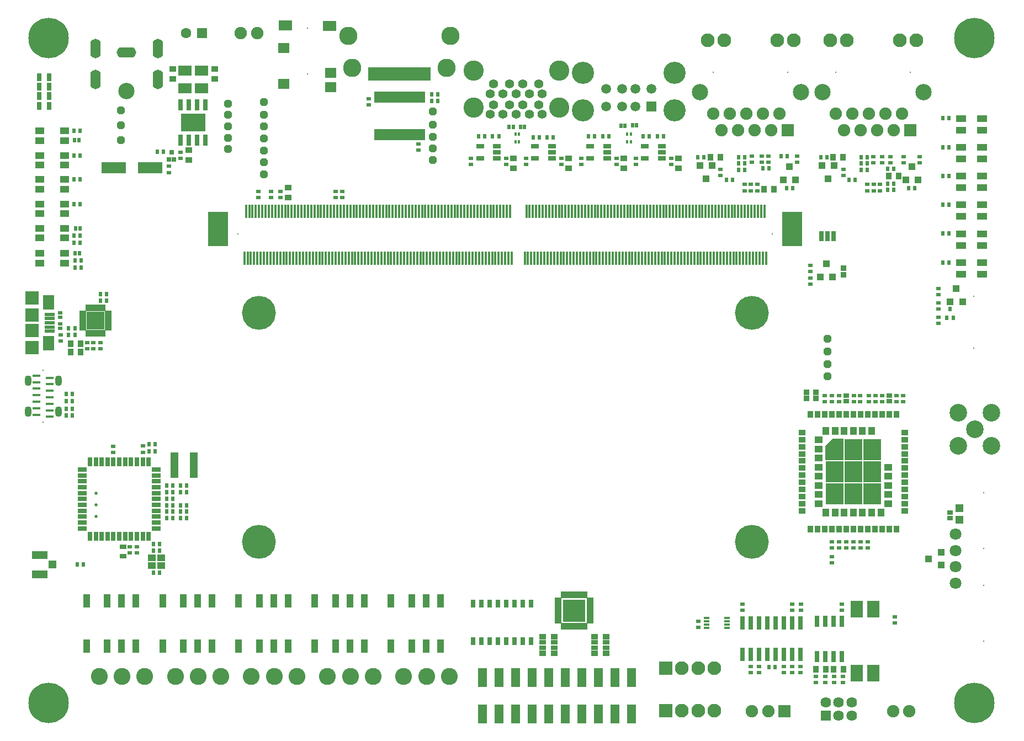
<source format=gts>
G04*
G04 #@! TF.GenerationSoftware,Altium Limited,Altium Designer,23.4.1 (23)*
G04*
G04 Layer_Color=8388736*
%FSLAX25Y25*%
%MOIN*%
G70*
G04*
G04 #@! TF.SameCoordinates,6A7C3DE4-8593-4091-87D5-6454EB1C75A9*
G04*
G04*
G04 #@! TF.FilePolarity,Negative*
G04*
G01*
G75*
%ADD95R,0.02933X0.02233*%
%ADD96R,0.03162X0.06902*%
%ADD97R,0.03800X0.04300*%
%ADD98R,0.01778X0.08274*%
%ADD99R,0.12211X0.20676*%
%ADD100R,0.01975X0.03156*%
%ADD101R,0.01581X0.02368*%
%ADD102R,0.02572X0.06706*%
%ADD103R,0.04028X0.04422*%
%ADD104R,0.01981X0.08280*%
%ADD105R,0.02233X0.02933*%
%ADD106R,0.02972X0.02272*%
%ADD107R,0.02272X0.02972*%
G04:AMPARAMS|DCode=108|XSize=47.37mil|YSize=47.37mil|CornerRadius=0mil|HoleSize=0mil|Usage=FLASHONLY|Rotation=0.000|XOffset=0mil|YOffset=0mil|HoleType=Round|Shape=Octagon|*
%AMOCTAGOND108*
4,1,8,0.02368,-0.01184,0.02368,0.01184,0.01184,0.02368,-0.01184,0.02368,-0.02368,0.01184,-0.02368,-0.01184,-0.01184,-0.02368,0.01184,-0.02368,0.02368,-0.01184,0.0*
%
%ADD108OCTAGOND108*%

%ADD109R,0.14580X0.07099*%
%ADD110R,0.05131X0.03162*%
%ADD111R,0.05013X0.04816*%
%ADD112R,0.09461X0.05013*%
%ADD113R,0.04343X0.03359*%
%ADD114R,0.04343X0.02887*%
%ADD115R,0.04540X0.04147*%
%ADD116R,0.03950X0.03162*%
%ADD117C,0.01981*%
%ADD118R,0.05229X0.02769*%
%ADD119R,0.02769X0.05229*%
%ADD120R,0.05131X0.15367*%
%ADD121R,0.03635X0.03241*%
%ADD122R,0.03398X0.02965*%
%ADD123R,0.04343X0.05131*%
%ADD124R,0.05131X0.04343*%
%ADD125R,0.03556X0.04343*%
%ADD126R,0.04343X0.03556*%
%ADD127R,0.11036X0.13005*%
%ADD128R,0.01981X0.04147*%
%ADD129R,0.04147X0.01981*%
%ADD130R,0.10839X0.10839*%
G04:AMPARAMS|DCode=131|XSize=47.37mil|YSize=47.37mil|CornerRadius=0mil|HoleSize=0mil|Usage=FLASHONLY|Rotation=90.000|XOffset=0mil|YOffset=0mil|HoleType=Round|Shape=Octagon|*
%AMOCTAGOND131*
4,1,8,0.01184,0.02368,-0.01184,0.02368,-0.02368,0.01184,-0.02368,-0.01184,-0.01184,-0.02368,0.01184,-0.02368,0.02368,-0.01184,0.02368,0.01184,0.01184,0.02368,0.0*
%
%ADD131OCTAGOND131*%

%ADD132R,0.02375X0.02808*%
%ADD133R,0.03972X0.03472*%
%ADD134R,0.06483X0.04325*%
%ADD135R,0.05118X0.01654*%
%ADD136R,0.06699X0.06306*%
%ADD137R,0.08274X0.06306*%
%ADD138R,0.03005X0.06194*%
%ADD139R,0.03162X0.01981*%
%ADD140R,0.13202X0.13202*%
%ADD141R,0.04186X0.01863*%
%ADD142R,0.01863X0.04186*%
%ADD143R,0.07487X0.10243*%
%ADD144R,0.03543X0.01575*%
%ADD145R,0.05721X0.04343*%
%ADD146R,0.07965X0.06312*%
%ADD147R,0.02769X0.02572*%
%ADD148R,0.14587X0.11087*%
%ADD149R,0.03156X0.01975*%
%ADD150R,0.02769X0.04737*%
%ADD151C,0.07099*%
%ADD152R,0.04422X0.04028*%
%ADD153R,0.04737X0.04737*%
%ADD154R,0.03950X0.07887*%
%ADD155R,0.05400X0.11424*%
%ADD156R,0.03162X0.05131*%
%ADD157R,0.02965X0.08477*%
%ADD158R,0.08280X0.08280*%
%ADD159R,0.08280X0.07887*%
%ADD160R,0.07099X0.09068*%
%ADD161R,0.06115X0.02375*%
%ADD162C,0.06400*%
%ADD163R,0.06400X0.06400*%
%ADD164C,0.20485*%
%ADD165C,0.00800*%
%ADD166C,0.11036*%
%ADD167C,0.10642*%
%ADD168C,0.07487*%
%ADD169R,0.08274X0.08274*%
%ADD170C,0.08274*%
%ADD171C,0.07487*%
%ADD172C,0.08274*%
%ADD173C,0.09849*%
%ADD174R,0.07487X0.07487*%
%ADD175O,0.04331X0.06299*%
%ADD176C,0.24422*%
%ADD177C,0.13386*%
%ADD178C,0.05906*%
%ADD179R,0.05906X0.05906*%
%ADD180C,0.12211*%
%ADD181C,0.05518*%
%ADD182C,0.09843*%
%ADD183C,0.00394*%
%ADD184O,0.06299X0.11811*%
%ADD185O,0.11811X0.06299*%
%ADD186C,0.06299*%
%ADD187R,0.06394X0.06299*%
%ADD188R,0.00800X0.00800*%
%ADD189C,0.07480*%
%ADD190R,0.07480X0.07480*%
%ADD191C,0.10243*%
G36*
X495839Y162167D02*
X484816D01*
Y170873D01*
X489101Y175159D01*
X495839D01*
Y162167D01*
D02*
G37*
D95*
X484929Y27963D02*
D03*
Y31663D02*
D03*
X495727Y334176D02*
D03*
Y337876D02*
D03*
X421450D02*
D03*
Y334176D02*
D03*
X484422Y201412D02*
D03*
Y197712D02*
D03*
X54906Y167028D02*
D03*
Y170728D02*
D03*
X72622Y167090D02*
D03*
Y170790D02*
D03*
X531823Y201412D02*
D03*
Y197712D02*
D03*
X505879Y201412D02*
D03*
Y197712D02*
D03*
X488753Y201413D02*
D03*
Y197713D02*
D03*
X497439Y109351D02*
D03*
Y113051D02*
D03*
X488753Y104050D02*
D03*
Y100350D02*
D03*
X488777Y109351D02*
D03*
Y113051D02*
D03*
X493108Y109351D02*
D03*
Y113051D02*
D03*
X501769Y109351D02*
D03*
Y113051D02*
D03*
X553120Y253541D02*
D03*
Y257241D02*
D03*
Y244892D02*
D03*
Y248592D02*
D03*
X475800Y272150D02*
D03*
Y268450D02*
D03*
Y276400D02*
D03*
Y280100D02*
D03*
X189202Y324712D02*
D03*
Y321012D02*
D03*
X489962Y28000D02*
D03*
Y31700D02*
D03*
X495339Y27963D02*
D03*
Y31663D02*
D03*
X479177Y27963D02*
D03*
Y31663D02*
D03*
X532050Y345541D02*
D03*
Y341841D02*
D03*
X408200Y61250D02*
D03*
Y64950D02*
D03*
X88481Y339775D02*
D03*
Y336075D02*
D03*
X95556Y348395D02*
D03*
Y344695D02*
D03*
X469917Y37598D02*
D03*
Y33898D02*
D03*
X464917Y37598D02*
D03*
Y33898D02*
D03*
Y75163D02*
D03*
Y71463D02*
D03*
X470103Y75163D02*
D03*
Y71463D02*
D03*
X47006Y229650D02*
D03*
Y233350D02*
D03*
D96*
X494929Y64934D02*
D03*
X489929D02*
D03*
X484929D02*
D03*
X479929D02*
D03*
Y43675D02*
D03*
X484929D02*
D03*
X489929D02*
D03*
X494929D02*
D03*
X100556Y355544D02*
D03*
X105556D02*
D03*
X110556D02*
D03*
X95556D02*
D03*
Y376804D02*
D03*
X100556D02*
D03*
X105556D02*
D03*
X110556D02*
D03*
D97*
X485014Y36061D02*
D03*
X479014D02*
D03*
X528942Y333795D02*
D03*
X522942D02*
D03*
X453740Y325936D02*
D03*
X447740D02*
D03*
X415350Y345289D02*
D03*
X421350D02*
D03*
X35000Y227444D02*
D03*
X29000D02*
D03*
Y232450D02*
D03*
X35000D02*
D03*
X495675Y36034D02*
D03*
X489675D02*
D03*
X489527Y345289D02*
D03*
X495527D02*
D03*
D98*
X257025Y312701D02*
D03*
X258010Y284157D02*
D03*
X258994Y312701D02*
D03*
X259978Y284157D02*
D03*
X260962Y312701D02*
D03*
X261947Y284157D02*
D03*
X262931Y312701D02*
D03*
X263915Y284157D02*
D03*
X265883D02*
D03*
X267852D02*
D03*
X269820D02*
D03*
X271789D02*
D03*
X273758D02*
D03*
X275726D02*
D03*
X277695D02*
D03*
X279663D02*
D03*
X281632D02*
D03*
X283600D02*
D03*
X285568D02*
D03*
X287537D02*
D03*
X289505D02*
D03*
X291474D02*
D03*
X293443D02*
D03*
X295411D02*
D03*
X417458D02*
D03*
X418443Y312701D02*
D03*
X419426Y284157D02*
D03*
X420412Y312701D02*
D03*
X421395Y284157D02*
D03*
X422380Y312701D02*
D03*
X423363Y284157D02*
D03*
X424349Y312701D02*
D03*
X425332Y284157D02*
D03*
X426317Y312701D02*
D03*
X427300Y284157D02*
D03*
X428286Y312701D02*
D03*
X429269Y284157D02*
D03*
X430254Y312701D02*
D03*
X431237Y284157D02*
D03*
X432223Y312701D02*
D03*
X433206Y284157D02*
D03*
X434191Y312701D02*
D03*
X435174Y284157D02*
D03*
X436159Y312701D02*
D03*
X437143Y284157D02*
D03*
X438128Y312701D02*
D03*
X439111Y284157D02*
D03*
X440096Y312701D02*
D03*
X441080Y284157D02*
D03*
X442065Y312701D02*
D03*
X443049Y284157D02*
D03*
X444033Y312701D02*
D03*
X445017Y284157D02*
D03*
X446002Y312701D02*
D03*
X446986Y284157D02*
D03*
X447970Y312701D02*
D03*
X448954Y284157D02*
D03*
X135962D02*
D03*
X137931D02*
D03*
X139900D02*
D03*
X141868D02*
D03*
X143837D02*
D03*
X145805D02*
D03*
X147773D02*
D03*
X149742D02*
D03*
X151710D02*
D03*
X153679D02*
D03*
X155647D02*
D03*
X157616D02*
D03*
X159585D02*
D03*
X161553D02*
D03*
X163522D02*
D03*
X165490D02*
D03*
X167459D02*
D03*
X169427D02*
D03*
X171395D02*
D03*
X173364D02*
D03*
X175332D02*
D03*
X177301D02*
D03*
X179270D02*
D03*
X181238D02*
D03*
X183207D02*
D03*
X185175D02*
D03*
X187143D02*
D03*
X189112D02*
D03*
X191080D02*
D03*
X193049D02*
D03*
X195017D02*
D03*
X196986D02*
D03*
X198955D02*
D03*
X200923D02*
D03*
X202892D02*
D03*
X204860D02*
D03*
X206828D02*
D03*
X208797D02*
D03*
X210765D02*
D03*
X212734D02*
D03*
X214703D02*
D03*
X216671D02*
D03*
X218640D02*
D03*
X220608D02*
D03*
X222577D02*
D03*
X224545D02*
D03*
X226513D02*
D03*
X228482D02*
D03*
X230450D02*
D03*
X232419D02*
D03*
X234388D02*
D03*
X236356D02*
D03*
X238325D02*
D03*
X240293D02*
D03*
X242262D02*
D03*
X244230D02*
D03*
X246198D02*
D03*
X248167D02*
D03*
X250135D02*
D03*
X252104D02*
D03*
X254073D02*
D03*
X256041D02*
D03*
X133994D02*
D03*
X303285D02*
D03*
X305254D02*
D03*
X307222D02*
D03*
X309191D02*
D03*
X311159D02*
D03*
X313128D02*
D03*
X315096D02*
D03*
X317065D02*
D03*
X319033D02*
D03*
X321002D02*
D03*
X322970D02*
D03*
X324939D02*
D03*
X326907D02*
D03*
X328876D02*
D03*
X330844D02*
D03*
X332813D02*
D03*
X334781D02*
D03*
X336750D02*
D03*
X338718D02*
D03*
X340687D02*
D03*
X342655D02*
D03*
X344624D02*
D03*
X346592D02*
D03*
X348561D02*
D03*
X350529D02*
D03*
X352498D02*
D03*
X354466D02*
D03*
X356435D02*
D03*
X358403D02*
D03*
X360372D02*
D03*
X362340D02*
D03*
X364309D02*
D03*
X366277D02*
D03*
X368246D02*
D03*
X370214D02*
D03*
X372183D02*
D03*
X374151D02*
D03*
X376120D02*
D03*
X378088D02*
D03*
X380057D02*
D03*
X382025D02*
D03*
X383994D02*
D03*
X385962D02*
D03*
X387931D02*
D03*
X389899D02*
D03*
X391868D02*
D03*
X393836D02*
D03*
X395805D02*
D03*
X397773D02*
D03*
X399742D02*
D03*
X401710D02*
D03*
X403679D02*
D03*
X405647D02*
D03*
X407616D02*
D03*
X409585D02*
D03*
X411553D02*
D03*
X413522D02*
D03*
X415490D02*
D03*
X136946Y312701D02*
D03*
X138914D02*
D03*
X140883D02*
D03*
X142851D02*
D03*
X144820D02*
D03*
X146788D02*
D03*
X148757D02*
D03*
X150725D02*
D03*
X152694D02*
D03*
X154662D02*
D03*
X156631D02*
D03*
X158599D02*
D03*
X160568D02*
D03*
X162536D02*
D03*
X164505D02*
D03*
X166473D02*
D03*
X168442D02*
D03*
X170410D02*
D03*
X172379D02*
D03*
X174347D02*
D03*
X176316D02*
D03*
X178284D02*
D03*
X180253D02*
D03*
X182221D02*
D03*
X184190D02*
D03*
X186158D02*
D03*
X188127D02*
D03*
X190095D02*
D03*
X192064D02*
D03*
X194032D02*
D03*
X196001D02*
D03*
X197969D02*
D03*
X199938D02*
D03*
X201906D02*
D03*
X203875D02*
D03*
X205843D02*
D03*
X207812D02*
D03*
X209780D02*
D03*
X211749D02*
D03*
X213717D02*
D03*
X215686D02*
D03*
X217654D02*
D03*
X219623D02*
D03*
X221591D02*
D03*
X223560D02*
D03*
X225528D02*
D03*
X227497D02*
D03*
X229465D02*
D03*
X231434D02*
D03*
X233402D02*
D03*
X235371D02*
D03*
X237339D02*
D03*
X239308D02*
D03*
X241276D02*
D03*
X243245D02*
D03*
X245213D02*
D03*
X247182D02*
D03*
X249150D02*
D03*
X251119D02*
D03*
X253087D02*
D03*
X255056D02*
D03*
X134978D02*
D03*
X264900D02*
D03*
X304270D02*
D03*
X306238D02*
D03*
X308207D02*
D03*
X310176D02*
D03*
X312144D02*
D03*
X314113D02*
D03*
X316081D02*
D03*
X318050D02*
D03*
X320018D02*
D03*
X321986D02*
D03*
X323955D02*
D03*
X325923D02*
D03*
X327892D02*
D03*
X329861D02*
D03*
X331829D02*
D03*
X333798D02*
D03*
X335766D02*
D03*
X337734D02*
D03*
X339703D02*
D03*
X341671D02*
D03*
X343640D02*
D03*
X345608D02*
D03*
X347577D02*
D03*
X349546D02*
D03*
X351514D02*
D03*
X353483D02*
D03*
X355451D02*
D03*
X357420D02*
D03*
X359388D02*
D03*
X361356D02*
D03*
X363325D02*
D03*
X365294D02*
D03*
X367262D02*
D03*
X369230D02*
D03*
X371199D02*
D03*
X373167D02*
D03*
X375136D02*
D03*
X377104D02*
D03*
X379073D02*
D03*
X381041D02*
D03*
X383010D02*
D03*
X384978D02*
D03*
X386947D02*
D03*
X388916D02*
D03*
X390884D02*
D03*
X392853D02*
D03*
X394821D02*
D03*
X396790D02*
D03*
X398758D02*
D03*
X400727D02*
D03*
X402695D02*
D03*
X404663D02*
D03*
X406632D02*
D03*
X408600D02*
D03*
X410569D02*
D03*
X412537D02*
D03*
X414506D02*
D03*
X416474D02*
D03*
X292459D02*
D03*
X280648D02*
D03*
X278679D02*
D03*
X276711D02*
D03*
X294427D02*
D03*
X290491D02*
D03*
X288522D02*
D03*
X286554D02*
D03*
X284585D02*
D03*
X282616D02*
D03*
X274742D02*
D03*
X272774D02*
D03*
X270806D02*
D03*
X268837D02*
D03*
X266869D02*
D03*
D99*
X118246Y301874D02*
D03*
X464702D02*
D03*
D100*
X370909Y364578D02*
D03*
X368350D02*
D03*
X363879Y364400D02*
D03*
X361320D02*
D03*
X303233Y363597D02*
D03*
X300674D02*
D03*
X296306D02*
D03*
X293747D02*
D03*
X31912Y287183D02*
D03*
X34471D02*
D03*
X31522Y355441D02*
D03*
X34081D02*
D03*
X34671Y302385D02*
D03*
X32112D02*
D03*
D101*
X367283Y359400D02*
D03*
Y354479D02*
D03*
X365117Y359400D02*
D03*
Y354479D02*
D03*
X297635Y354479D02*
D03*
Y359400D02*
D03*
X299800Y354479D02*
D03*
Y359400D02*
D03*
D102*
X213636Y358895D02*
D03*
X216195D02*
D03*
X218754D02*
D03*
X221313D02*
D03*
X223872D02*
D03*
X226432D02*
D03*
X228991D02*
D03*
X231550D02*
D03*
X234109D02*
D03*
X236668D02*
D03*
X239227D02*
D03*
X241786D02*
D03*
Y381730D02*
D03*
X239227D02*
D03*
X236668D02*
D03*
X234109D02*
D03*
X231550D02*
D03*
X228991D02*
D03*
X226432D02*
D03*
X223872D02*
D03*
X221313D02*
D03*
X218754D02*
D03*
X216195D02*
D03*
X213636D02*
D03*
D103*
X540876Y331764D02*
D03*
X533396D02*
D03*
X537136Y339638D02*
D03*
X412710Y332411D02*
D03*
X416450Y340285D02*
D03*
X408970D02*
D03*
X567620Y258091D02*
D03*
X560140D02*
D03*
X563880Y265965D02*
D03*
X489161Y273060D02*
D03*
X481680D02*
D03*
X485421Y280934D02*
D03*
X466883Y331764D02*
D03*
X459403D02*
D03*
X463143Y339638D02*
D03*
X486350Y332411D02*
D03*
X490090Y340285D02*
D03*
X482610D02*
D03*
D104*
X209883Y395486D02*
D03*
X245317D02*
D03*
X243348D02*
D03*
X241380D02*
D03*
X239411D02*
D03*
X237443D02*
D03*
X235474D02*
D03*
X233506D02*
D03*
X231537D02*
D03*
X229569D02*
D03*
X227600D02*
D03*
X225632D02*
D03*
X223663D02*
D03*
X221694D02*
D03*
X219726D02*
D03*
X217757D02*
D03*
X215789D02*
D03*
X213820D02*
D03*
X211852D02*
D03*
D105*
X447000Y338588D02*
D03*
X450700D02*
D03*
X526092Y338216D02*
D03*
X522392D02*
D03*
X526092Y329341D02*
D03*
X522392D02*
D03*
X526092Y325457D02*
D03*
X522392D02*
D03*
X428666Y331479D02*
D03*
X424966D02*
D03*
X411563Y345342D02*
D03*
X407863D02*
D03*
X30150Y189400D02*
D03*
X26450D02*
D03*
X79050Y111600D02*
D03*
X82750D02*
D03*
X87049Y127188D02*
D03*
X90749D02*
D03*
Y131125D02*
D03*
X87049D02*
D03*
Y135061D02*
D03*
X90749D02*
D03*
X87049Y138998D02*
D03*
X90749D02*
D03*
X87049Y142934D02*
D03*
X90749D02*
D03*
Y146871D02*
D03*
X87049D02*
D03*
X95348Y127188D02*
D03*
X99048D02*
D03*
X95348Y131125D02*
D03*
X99048D02*
D03*
X95348Y135061D02*
D03*
X99048D02*
D03*
X95348Y142934D02*
D03*
X99048D02*
D03*
X95348Y146871D02*
D03*
X99048D02*
D03*
X30952Y361285D02*
D03*
X34652D02*
D03*
X26450Y193400D02*
D03*
X30150D02*
D03*
Y197800D02*
D03*
X26450D02*
D03*
X30150Y202259D02*
D03*
X26450D02*
D03*
X465100Y326607D02*
D03*
X461400D02*
D03*
X461757Y345993D02*
D03*
X458057D02*
D03*
X485790Y345289D02*
D03*
X482090D02*
D03*
X535086Y326607D02*
D03*
X538786D02*
D03*
X502859Y331479D02*
D03*
X499159D02*
D03*
X383321Y357954D02*
D03*
X387021D02*
D03*
X354017D02*
D03*
X350317D02*
D03*
X308533Y357430D02*
D03*
X312233D02*
D03*
X341875Y357954D02*
D03*
X345575D02*
D03*
X320566Y357430D02*
D03*
X316866D02*
D03*
X287617Y357954D02*
D03*
X283917D02*
D03*
X275375D02*
D03*
X279075D02*
D03*
X378556D02*
D03*
X374856D02*
D03*
X34652Y346383D02*
D03*
X30952D02*
D03*
X34652Y331783D02*
D03*
X30952D02*
D03*
Y317083D02*
D03*
X34652D02*
D03*
X31721Y282849D02*
D03*
X35421D02*
D03*
X34652Y298002D02*
D03*
X30952D02*
D03*
X81371Y348521D02*
D03*
X85071D02*
D03*
X50915Y262600D02*
D03*
X47215D02*
D03*
X50915Y258580D02*
D03*
X47215D02*
D03*
X31600Y237800D02*
D03*
X27900D02*
D03*
D106*
X517776Y328786D02*
D03*
Y325086D02*
D03*
X513976Y328786D02*
D03*
Y325086D02*
D03*
X510193Y328786D02*
D03*
Y325086D02*
D03*
X435965Y328786D02*
D03*
Y325086D02*
D03*
X142315Y321012D02*
D03*
Y324712D02*
D03*
X150100Y321012D02*
D03*
Y324712D02*
D03*
X42901Y229601D02*
D03*
Y233301D02*
D03*
X510406Y113050D02*
D03*
Y109350D02*
D03*
X64875Y106229D02*
D03*
Y109929D02*
D03*
X69064Y106232D02*
D03*
Y109932D02*
D03*
X38949Y233301D02*
D03*
Y229601D02*
D03*
X527729Y201412D02*
D03*
Y197712D02*
D03*
X511219Y201413D02*
D03*
Y197713D02*
D03*
X515139Y201413D02*
D03*
Y197713D02*
D03*
X519067Y201413D02*
D03*
Y197713D02*
D03*
X493083Y201413D02*
D03*
Y197713D02*
D03*
X501942Y201412D02*
D03*
Y197712D02*
D03*
X506100Y109350D02*
D03*
Y113050D02*
D03*
X526700Y67650D02*
D03*
Y63950D02*
D03*
X553120Y262304D02*
D03*
Y266004D02*
D03*
X192986Y321012D02*
D03*
Y324712D02*
D03*
X155603D02*
D03*
Y321012D02*
D03*
X22972Y234176D02*
D03*
Y237876D02*
D03*
X494929Y75163D02*
D03*
Y71463D02*
D03*
X541690Y341841D02*
D03*
Y345541D02*
D03*
X513776Y345606D02*
D03*
Y341906D02*
D03*
X518976Y345606D02*
D03*
Y341906D02*
D03*
X524094Y345606D02*
D03*
Y341906D02*
D03*
X209200Y376927D02*
D03*
Y380627D02*
D03*
X325400Y340871D02*
D03*
Y344571D02*
D03*
X270864Y341071D02*
D03*
Y344771D02*
D03*
X292100Y340871D02*
D03*
Y344571D02*
D03*
X239200Y349580D02*
D03*
Y353280D02*
D03*
X337364Y340871D02*
D03*
Y344571D02*
D03*
X304000Y340871D02*
D03*
Y344571D02*
D03*
X358741Y340871D02*
D03*
Y344571D02*
D03*
X391800Y344671D02*
D03*
Y340971D02*
D03*
X370571Y344571D02*
D03*
Y340871D02*
D03*
X450350Y345841D02*
D03*
Y342141D02*
D03*
X439815Y325086D02*
D03*
Y328786D02*
D03*
X443665D02*
D03*
Y325086D02*
D03*
X467612Y342342D02*
D03*
Y346042D02*
D03*
X446300Y345947D02*
D03*
Y342247D02*
D03*
X440394Y345889D02*
D03*
Y342189D02*
D03*
X459917Y37598D02*
D03*
Y33898D02*
D03*
X444917Y33898D02*
D03*
Y37598D02*
D03*
X439917Y37598D02*
D03*
Y33898D02*
D03*
X434917Y71463D02*
D03*
Y75163D02*
D03*
D107*
X436131Y345334D02*
D03*
X432432D02*
D03*
Y341535D02*
D03*
X436131D02*
D03*
Y337566D02*
D03*
X432432D02*
D03*
X32977Y99293D02*
D03*
X36677D02*
D03*
X78999Y94216D02*
D03*
X82699D02*
D03*
X79050Y107500D02*
D03*
X82750D02*
D03*
X76368Y167440D02*
D03*
X80068D02*
D03*
X76368Y171778D02*
D03*
X80068D02*
D03*
X559444Y281697D02*
D03*
X555744D02*
D03*
X559444Y299151D02*
D03*
X555744D02*
D03*
X559444Y316589D02*
D03*
X555744D02*
D03*
X559444Y333938D02*
D03*
X555744D02*
D03*
X559444Y351254D02*
D03*
X555744D02*
D03*
X559444Y368800D02*
D03*
X555744D02*
D03*
X509980Y337566D02*
D03*
X506280D02*
D03*
X509980Y341535D02*
D03*
X506280D02*
D03*
X509976Y345334D02*
D03*
X506276D02*
D03*
X27900Y241938D02*
D03*
X31600D02*
D03*
X250781Y379431D02*
D03*
X247081D02*
D03*
X250781Y383383D02*
D03*
X247081D02*
D03*
X31720Y278649D02*
D03*
X35420D02*
D03*
X34652Y293708D02*
D03*
X30952D02*
D03*
X450667Y37113D02*
D03*
X454367D02*
D03*
D108*
X247681Y372900D02*
D03*
X486238Y235557D02*
D03*
Y227962D02*
D03*
Y212773D02*
D03*
Y220368D02*
D03*
X59507Y373618D02*
D03*
X59500Y364628D02*
D03*
X145680Y363785D02*
D03*
X145615Y342169D02*
D03*
Y335019D02*
D03*
X145680Y349320D02*
D03*
Y371085D02*
D03*
X145722Y378500D02*
D03*
X145680Y356501D02*
D03*
X124192Y377664D02*
D03*
Y370785D02*
D03*
D109*
X54957Y338925D02*
D03*
X77005D02*
D03*
D110*
X319666Y344514D02*
D03*
Y348254D02*
D03*
Y351994D02*
D03*
X309429D02*
D03*
Y344514D02*
D03*
X353083Y344514D02*
D03*
Y348254D02*
D03*
Y351994D02*
D03*
X342846D02*
D03*
Y344514D02*
D03*
X276346D02*
D03*
Y351994D02*
D03*
X286583D02*
D03*
Y348254D02*
D03*
Y344514D02*
D03*
X375853D02*
D03*
Y351994D02*
D03*
X386089D02*
D03*
Y348254D02*
D03*
Y344514D02*
D03*
D111*
X18171Y99193D02*
D03*
D112*
X10500Y93386D02*
D03*
Y105000D02*
D03*
D113*
X320969Y45693D02*
D03*
Y55457D02*
D03*
X314000D02*
D03*
Y45693D02*
D03*
X352369Y55457D02*
D03*
Y45693D02*
D03*
X345400D02*
D03*
Y55457D02*
D03*
D114*
X320969Y49000D02*
D03*
Y52150D02*
D03*
X314000D02*
D03*
Y49000D02*
D03*
X352369Y52150D02*
D03*
Y49000D02*
D03*
X345400D02*
D03*
Y52150D02*
D03*
D115*
X83695Y98617D02*
D03*
X77986D02*
D03*
Y103144D02*
D03*
X83695D02*
D03*
D116*
X60623Y109885D02*
D03*
Y104373D02*
D03*
D117*
X44276Y128188D02*
D03*
Y135275D02*
D03*
Y142361D02*
D03*
D118*
X80841Y156534D02*
D03*
Y152991D02*
D03*
Y149448D02*
D03*
Y145905D02*
D03*
Y142361D02*
D03*
Y138818D02*
D03*
Y135275D02*
D03*
Y131731D02*
D03*
Y128188D02*
D03*
Y124645D02*
D03*
Y121101D02*
D03*
X36057D02*
D03*
Y124645D02*
D03*
Y128188D02*
D03*
Y131731D02*
D03*
Y135275D02*
D03*
Y138818D02*
D03*
Y142361D02*
D03*
Y145905D02*
D03*
Y149448D02*
D03*
Y152991D02*
D03*
Y156534D02*
D03*
D119*
X40732Y161210D02*
D03*
X44276D02*
D03*
X47819D02*
D03*
X51362D02*
D03*
X54906D02*
D03*
X58449D02*
D03*
X61992D02*
D03*
X65535D02*
D03*
X69079D02*
D03*
X72622D02*
D03*
X76165D02*
D03*
Y116426D02*
D03*
X72622D02*
D03*
X69079D02*
D03*
X65535D02*
D03*
X61992D02*
D03*
X58449D02*
D03*
X54906D02*
D03*
X51362D02*
D03*
X47819D02*
D03*
X44276D02*
D03*
X40732D02*
D03*
D120*
X103487Y159318D02*
D03*
X91676D02*
D03*
D121*
X473290Y203292D02*
D03*
Y199552D02*
D03*
X479071Y203292D02*
D03*
Y199552D02*
D03*
X495795Y274426D02*
D03*
Y278166D02*
D03*
D122*
X497414Y201236D02*
D03*
Y197889D02*
D03*
X523398Y201235D02*
D03*
Y197889D02*
D03*
X560200Y127327D02*
D03*
Y130673D02*
D03*
D123*
X485209Y180080D02*
D03*
X490721D02*
D03*
X496233D02*
D03*
X501745D02*
D03*
X507257D02*
D03*
X512768D02*
D03*
X518280Y130474D02*
D03*
X512768D02*
D03*
X507257D02*
D03*
X501745D02*
D03*
X496233D02*
D03*
X490721D02*
D03*
X485209D02*
D03*
D124*
X522808Y158033D02*
D03*
Y152521D02*
D03*
Y147009D02*
D03*
Y141498D02*
D03*
Y135986D02*
D03*
X480682D02*
D03*
Y141498D02*
D03*
Y147009D02*
D03*
Y152521D02*
D03*
Y158033D02*
D03*
Y163545D02*
D03*
Y169057D02*
D03*
Y174569D02*
D03*
D125*
X475760Y189923D02*
D03*
X480091D02*
D03*
X484422D02*
D03*
X488753D02*
D03*
X493083D02*
D03*
X497414D02*
D03*
X501745D02*
D03*
X506075D02*
D03*
X510406D02*
D03*
X514737D02*
D03*
X519068D02*
D03*
X523398D02*
D03*
X527729D02*
D03*
Y120632D02*
D03*
X523398D02*
D03*
X519068D02*
D03*
X514737D02*
D03*
X510406D02*
D03*
X506075D02*
D03*
X501745D02*
D03*
X497414D02*
D03*
X493083D02*
D03*
X488753D02*
D03*
X484422D02*
D03*
X480091D02*
D03*
X475760D02*
D03*
D126*
X532650Y179096D02*
D03*
Y174765D02*
D03*
Y170435D02*
D03*
Y166104D02*
D03*
Y161773D02*
D03*
Y157443D02*
D03*
Y153112D02*
D03*
Y148781D02*
D03*
Y144450D02*
D03*
Y140120D02*
D03*
Y135789D02*
D03*
Y131458D02*
D03*
X470839D02*
D03*
Y135789D02*
D03*
Y140120D02*
D03*
Y144450D02*
D03*
Y148781D02*
D03*
Y153112D02*
D03*
Y157443D02*
D03*
Y161773D02*
D03*
Y166104D02*
D03*
Y170435D02*
D03*
Y174765D02*
D03*
Y179096D02*
D03*
D127*
X513162Y155277D02*
D03*
X501745D02*
D03*
X513162Y141891D02*
D03*
X501745D02*
D03*
X490327D02*
D03*
Y155277D02*
D03*
X513162Y168663D02*
D03*
X501745D02*
D03*
D128*
X39132Y254246D02*
D03*
X41101D02*
D03*
X43069D02*
D03*
X45038D02*
D03*
X47006D02*
D03*
X48975D02*
D03*
X39132Y238892D02*
D03*
X41101D02*
D03*
X43069D02*
D03*
X45038D02*
D03*
X47006D02*
D03*
X48975D02*
D03*
D129*
X51731Y251490D02*
D03*
Y249522D02*
D03*
Y247553D02*
D03*
Y245585D02*
D03*
Y243616D02*
D03*
Y241648D02*
D03*
X36376Y251490D02*
D03*
Y249522D02*
D03*
Y247553D02*
D03*
Y245585D02*
D03*
Y243616D02*
D03*
Y241648D02*
D03*
D130*
X44053Y246569D02*
D03*
D131*
X59500Y355653D02*
D03*
X247731Y350653D02*
D03*
Y343566D02*
D03*
X247681Y357740D02*
D03*
X247681Y364826D02*
D03*
X124192Y363915D02*
D03*
Y350164D02*
D03*
Y357043D02*
D03*
D132*
X560140Y253481D02*
D03*
X562108Y248402D02*
D03*
X558171D02*
D03*
D133*
X160500Y320862D02*
D03*
Y326862D02*
D03*
X296500Y338500D02*
D03*
Y344500D02*
D03*
X329900Y338500D02*
D03*
Y344500D02*
D03*
X363088Y338500D02*
D03*
Y344500D02*
D03*
X396200Y338500D02*
D03*
Y344500D02*
D03*
X100556Y349544D02*
D03*
Y343544D02*
D03*
X116000Y398630D02*
D03*
Y392630D02*
D03*
X90608Y398630D02*
D03*
Y392630D02*
D03*
D134*
X579511Y368660D02*
D03*
Y361652D02*
D03*
X566617D02*
D03*
Y368660D02*
D03*
Y351267D02*
D03*
Y344259D02*
D03*
X579511D02*
D03*
Y351267D02*
D03*
Y299090D02*
D03*
Y292082D02*
D03*
X566617D02*
D03*
Y299090D02*
D03*
Y281697D02*
D03*
Y274689D02*
D03*
X579511D02*
D03*
Y281697D02*
D03*
Y333875D02*
D03*
Y326867D02*
D03*
X566617D02*
D03*
Y333875D02*
D03*
Y316482D02*
D03*
Y309474D02*
D03*
X579511D02*
D03*
Y316482D02*
D03*
D135*
X16437Y188470D02*
D03*
Y192407D02*
D03*
Y196344D02*
D03*
Y200281D02*
D03*
Y204218D02*
D03*
Y208155D02*
D03*
Y212092D02*
D03*
X8563Y213352D02*
D03*
Y209415D02*
D03*
Y205478D02*
D03*
Y201541D02*
D03*
Y197604D02*
D03*
Y193667D02*
D03*
Y189730D02*
D03*
D136*
X186187Y387689D02*
D03*
X157841Y389658D02*
D03*
X186187Y396351D02*
D03*
X157841Y411311D02*
D03*
D137*
X185400Y424500D02*
D03*
X158628Y424894D02*
D03*
D138*
X486000Y297487D02*
D03*
D139*
X489613Y299456D02*
D03*
Y297487D02*
D03*
Y295519D02*
D03*
X482388D02*
D03*
Y297487D02*
D03*
Y299456D02*
D03*
D140*
X333099Y71401D02*
D03*
D141*
X342686Y78291D02*
D03*
Y76322D02*
D03*
Y74354D02*
D03*
Y72385D02*
D03*
Y70417D02*
D03*
Y68448D02*
D03*
Y66480D02*
D03*
Y64511D02*
D03*
X323513D02*
D03*
Y66480D02*
D03*
Y68448D02*
D03*
Y70417D02*
D03*
Y72385D02*
D03*
Y74354D02*
D03*
Y76322D02*
D03*
Y78291D02*
D03*
D142*
X326209Y80987D02*
D03*
X328178D02*
D03*
X330146D02*
D03*
X332115D02*
D03*
X334083D02*
D03*
X336052D02*
D03*
X338020D02*
D03*
X339989D02*
D03*
Y61814D02*
D03*
X338020D02*
D03*
X336052D02*
D03*
X334083D02*
D03*
X332115D02*
D03*
X330146D02*
D03*
X328178D02*
D03*
X326209D02*
D03*
D143*
X503717Y33709D02*
D03*
X513717D02*
D03*
Y72291D02*
D03*
X503717D02*
D03*
D144*
X425402Y61047D02*
D03*
Y63016D02*
D03*
Y64984D02*
D03*
Y66953D02*
D03*
X413198D02*
D03*
Y64984D02*
D03*
Y63016D02*
D03*
Y61047D02*
D03*
D145*
X10421Y361285D02*
D03*
X25579D02*
D03*
Y355379D02*
D03*
X10421D02*
D03*
Y340477D02*
D03*
X25579D02*
D03*
Y346383D02*
D03*
X10421D02*
D03*
Y325877D02*
D03*
X25579D02*
D03*
Y331783D02*
D03*
X10421D02*
D03*
Y311177D02*
D03*
X25579D02*
D03*
Y317083D02*
D03*
X10421D02*
D03*
X10421Y281277D02*
D03*
X25579D02*
D03*
Y287183D02*
D03*
X10421D02*
D03*
X10421Y296480D02*
D03*
X25579D02*
D03*
Y302385D02*
D03*
X10421D02*
D03*
D146*
X98074Y397624D02*
D03*
Y386915D02*
D03*
X108200Y397624D02*
D03*
Y386915D02*
D03*
D147*
X89981Y348321D02*
D03*
X91556Y343794D02*
D03*
X88406D02*
D03*
D148*
X103056Y366174D02*
D03*
D149*
X22872Y248654D02*
D03*
Y251213D02*
D03*
Y244468D02*
D03*
Y241909D02*
D03*
D150*
X16150Y393717D02*
D03*
X10244D02*
D03*
X16152Y382144D02*
D03*
X10247D02*
D03*
Y376357D02*
D03*
X16152D02*
D03*
Y387930D02*
D03*
X10247D02*
D03*
D151*
X563500Y117464D02*
D03*
Y107621D02*
D03*
Y97779D02*
D03*
Y87936D02*
D03*
D152*
X546963Y102700D02*
D03*
X554837Y98960D02*
D03*
Y106440D02*
D03*
D153*
X565700Y133111D02*
D03*
Y126419D02*
D03*
D154*
X222538Y77433D02*
D03*
X235136D02*
D03*
X243798D02*
D03*
X252459D02*
D03*
Y49874D02*
D03*
X243798D02*
D03*
X235136D02*
D03*
X222538D02*
D03*
X38658D02*
D03*
X51257D02*
D03*
X59918D02*
D03*
X68579D02*
D03*
Y77433D02*
D03*
X59918D02*
D03*
X51257D02*
D03*
X38658D02*
D03*
X176568Y49874D02*
D03*
X189166D02*
D03*
X197828D02*
D03*
X206489D02*
D03*
Y77433D02*
D03*
X197828D02*
D03*
X189166D02*
D03*
X176568D02*
D03*
X130598Y49874D02*
D03*
X143197D02*
D03*
X151858D02*
D03*
X160519D02*
D03*
Y77433D02*
D03*
X151858D02*
D03*
X143197D02*
D03*
X130598D02*
D03*
X84628Y49874D02*
D03*
X97227D02*
D03*
X105888D02*
D03*
X114549D02*
D03*
Y77433D02*
D03*
X105888D02*
D03*
X97227D02*
D03*
X84628D02*
D03*
D155*
X367900Y31024D02*
D03*
Y8976D02*
D03*
X357900Y31024D02*
D03*
Y8976D02*
D03*
X347900Y31024D02*
D03*
Y8976D02*
D03*
X337900Y31024D02*
D03*
Y8976D02*
D03*
X327900Y31024D02*
D03*
Y8976D02*
D03*
X317900Y31024D02*
D03*
Y8976D02*
D03*
X307900Y31024D02*
D03*
Y8976D02*
D03*
X297900Y31024D02*
D03*
Y8976D02*
D03*
X287900Y31024D02*
D03*
Y8976D02*
D03*
X277900Y31024D02*
D03*
Y8976D02*
D03*
D156*
X272254Y52997D02*
D03*
X277254D02*
D03*
X282254D02*
D03*
X287254D02*
D03*
X292254D02*
D03*
X297254D02*
D03*
X302254D02*
D03*
X307254D02*
D03*
Y75635D02*
D03*
X302254D02*
D03*
X297254D02*
D03*
X292254D02*
D03*
X287254D02*
D03*
X282254D02*
D03*
X277254D02*
D03*
X272254D02*
D03*
D157*
X434917Y63990D02*
D03*
X439917D02*
D03*
X444917D02*
D03*
X449917D02*
D03*
X454917D02*
D03*
X459917D02*
D03*
X464917D02*
D03*
X469917D02*
D03*
Y45013D02*
D03*
X464917D02*
D03*
X459917D02*
D03*
X454917D02*
D03*
X449917D02*
D03*
X444917D02*
D03*
X439917D02*
D03*
X434917D02*
D03*
D158*
X5847Y240585D02*
D03*
Y250033D02*
D03*
D159*
Y230348D02*
D03*
Y260270D02*
D03*
D160*
X15886Y233104D02*
D03*
Y257514D02*
D03*
D161*
X16378Y240191D02*
D03*
Y250427D02*
D03*
Y242750D02*
D03*
Y247868D02*
D03*
Y245309D02*
D03*
D162*
X500716Y15788D02*
D03*
X484969D02*
D03*
X492842Y7914D02*
D03*
Y15788D02*
D03*
X500716Y7914D02*
D03*
D163*
X484969D02*
D03*
D164*
X142662Y251315D02*
D03*
X440300D02*
D03*
Y112850D02*
D03*
X142662D02*
D03*
D165*
X452891Y298921D02*
D03*
X130057D02*
D03*
X574512Y229795D02*
D03*
Y261291D02*
D03*
X536091Y396553D02*
D03*
X491211D02*
D03*
X12500Y216659D02*
D03*
Y185163D02*
D03*
X417218Y396553D02*
D03*
X462098D02*
D03*
X172014Y395563D02*
D03*
Y423122D02*
D03*
D166*
X256143Y399226D02*
D03*
X199057D02*
D03*
X196695Y418714D02*
D03*
X258506D02*
D03*
D167*
X564932Y191000D02*
D03*
X584932D02*
D03*
Y171000D02*
D03*
X564932D02*
D03*
X574932Y181000D02*
D03*
D168*
X131889Y420191D02*
D03*
X141739D02*
D03*
X525650Y10686D02*
D03*
X535500D02*
D03*
D169*
X388315Y36712D02*
D03*
Y10906D02*
D03*
D170*
X398158Y36712D02*
D03*
X408000D02*
D03*
X417843D02*
D03*
Y10906D02*
D03*
X408000D02*
D03*
X398158D02*
D03*
D171*
X491151Y371553D02*
D03*
X496151Y361553D02*
D03*
X501151Y371553D02*
D03*
X506151Y361553D02*
D03*
X511151Y371553D02*
D03*
X516151Y361553D02*
D03*
X521151Y371553D02*
D03*
X526151Y361553D02*
D03*
X531151Y371553D02*
D03*
X457158D02*
D03*
X452158Y361553D02*
D03*
X447158Y371553D02*
D03*
X442158Y361553D02*
D03*
X437158Y371553D02*
D03*
X432158Y361553D02*
D03*
X427158Y371553D02*
D03*
X422158Y361553D02*
D03*
X417158Y371553D02*
D03*
D172*
X529651Y416053D02*
D03*
X539651D02*
D03*
X497651D02*
D03*
X487651D02*
D03*
X413658D02*
D03*
X423658D02*
D03*
X465658D02*
D03*
X455658D02*
D03*
D173*
X483139Y384543D02*
D03*
X544163D02*
D03*
X470170D02*
D03*
X409146D02*
D03*
D174*
X536151Y361529D02*
D03*
X462158D02*
D03*
D175*
X3327Y191580D02*
D03*
X21673D02*
D03*
Y210242D02*
D03*
X3327D02*
D03*
D176*
X574803Y417323D02*
D03*
X15748D02*
D03*
X574803Y15748D02*
D03*
X15748D02*
D03*
D177*
X393819Y373626D02*
D03*
Y396421D02*
D03*
X338307D02*
D03*
Y373626D02*
D03*
D178*
X352284Y386500D02*
D03*
X362126D02*
D03*
X370000D02*
D03*
X379843D02*
D03*
X352284Y375870D02*
D03*
X362126D02*
D03*
X370000D02*
D03*
D179*
X379843D02*
D03*
D180*
X324000Y375138D02*
D03*
X272268D02*
D03*
Y397500D02*
D03*
X324000D02*
D03*
D181*
X313882Y371122D02*
D03*
X306008D02*
D03*
X298134D02*
D03*
X290260D02*
D03*
X282386D02*
D03*
X311913Y377028D02*
D03*
X302071D02*
D03*
X294197D02*
D03*
X284354D02*
D03*
X313882Y383721D02*
D03*
X306008D02*
D03*
X298134D02*
D03*
X290260D02*
D03*
X282386D02*
D03*
X284354Y389626D02*
D03*
X294197D02*
D03*
X302071D02*
D03*
X311913D02*
D03*
D182*
X62898Y385409D02*
D03*
D183*
Y421827D02*
D03*
D184*
X81795Y411000D02*
D03*
Y392299D02*
D03*
X44000Y411000D02*
D03*
Y392299D02*
D03*
D185*
X62898Y408638D02*
D03*
D186*
X98679Y420377D02*
D03*
D187*
X108522D02*
D03*
D188*
X580500Y109000D02*
D03*
Y142464D02*
D03*
Y53036D02*
D03*
Y86500D02*
D03*
D189*
X440500Y10500D02*
D03*
X450343D02*
D03*
D190*
X460185D02*
D03*
D191*
X46320Y31700D02*
D03*
X60100D02*
D03*
X73880D02*
D03*
X92290D02*
D03*
X106070D02*
D03*
X119849D02*
D03*
X184230D02*
D03*
X198010D02*
D03*
X211789D02*
D03*
X138260D02*
D03*
X152040D02*
D03*
X165819D02*
D03*
X230200D02*
D03*
X243980D02*
D03*
X257759D02*
D03*
M02*

</source>
